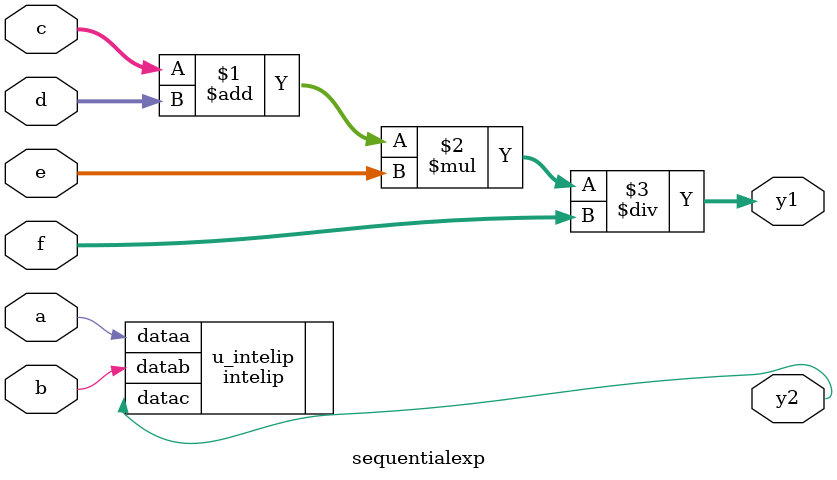
<source format=v>

module sequentialexp(a, b, c, d, e, f, y1, y2);

input a, b;
input [7:0] c, d, e, f;
output [7:0] y1;
output y2;

assign y1 = (c + d) * e / f;

//Instantiate Intel Vendor IP
intelip u_intelip(.dataa(a), .datab(b), .datac(y2));

endmodule


</source>
